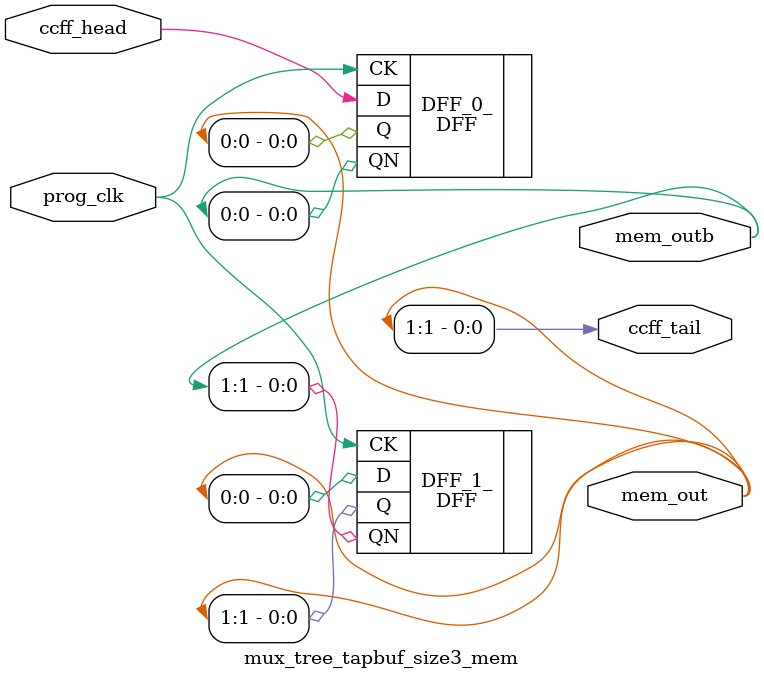
<source format=v>
/*verilator tracing_off*/
// ----- END Verilog module for mux_tree_tapbuf_size22_mem -----

//----- Default net type -----
`default_nettype wire




//----- Default net type -----
`default_nettype wire

// ----- Verilog module for mux_tree_tapbuf_size3_mem -----
module mux_tree_tapbuf_size3_mem(prog_clk,
                                 ccff_head,
                                 ccff_tail,
                                 mem_out,
                                 mem_outb);
//----- GLOBAL PORTS -----
input [0:0] prog_clk;
//----- INPUT PORTS -----
input [0:0] ccff_head;
//----- OUTPUT PORTS -----
output [0:0] ccff_tail;
//----- OUTPUT PORTS -----
output [0:1] mem_out;
//----- OUTPUT PORTS -----
output [0:1] mem_outb;

//----- BEGIN wire-connection ports -----
//----- END wire-connection ports -----


//----- BEGIN Registered ports -----
//----- END Registered ports -----



// ----- BEGIN Local short connections -----
// ----- END Local short connections -----
// ----- BEGIN Local output short connections -----
	assign ccff_tail[0] = mem_out[1];
// ----- END Local output short connections -----

	DFF DFF_0_ (
		.CK(prog_clk),
		.D(ccff_head),
		.Q(mem_out[0]),
		.QN(mem_outb[0]));

	DFF DFF_1_ (
		.CK(prog_clk),
		.D(mem_out[0]),
		.Q(mem_out[1]),
		.QN(mem_outb[1]));

endmodule

</source>
